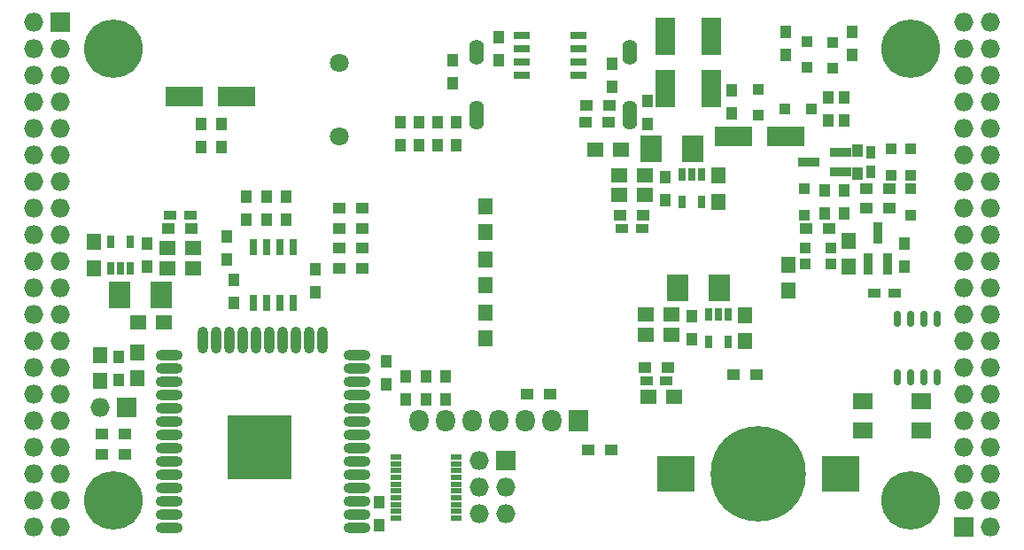
<source format=gbs>
G04 #@! TF.FileFunction,Soldermask,Bot*
%FSLAX46Y46*%
G04 Gerber Fmt 4.6, Leading zero omitted, Abs format (unit mm)*
G04 Created by KiCad (PCBNEW 4.0.7+dfsg1-1) date Thu Oct 12 15:58:27 2017*
%MOMM*%
%LPD*%
G01*
G04 APERTURE LIST*
%ADD10C,0.100000*%
%ADD11O,2.600000X1.000000*%
%ADD12O,1.000000X2.600000*%
%ADD13R,6.100000X6.100000*%
%ADD14R,1.900000X3.600000*%
%ADD15R,1.000000X1.300000*%
%ADD16R,2.100000X2.600000*%
%ADD17R,0.800000X1.300000*%
%ADD18R,1.350000X1.600000*%
%ADD19R,1.600000X1.350000*%
%ADD20O,0.709600X1.573200*%
%ADD21R,0.900000X2.000000*%
%ADD22R,2.000000X0.900000*%
%ADD23R,1.300000X0.850000*%
%ADD24R,0.850000X1.300000*%
%ADD25R,1.300000X1.000000*%
%ADD26R,0.700000X1.650000*%
%ADD27R,1.650000X0.700000*%
%ADD28R,1.827200X1.827200*%
%ADD29O,1.827200X1.827200*%
%ADD30C,5.600000*%
%ADD31R,1.100000X0.500000*%
%ADD32R,1.827200X2.132000*%
%ADD33O,1.827200X2.132000*%
%ADD34C,1.800000*%
%ADD35O,1.400000X2.800000*%
%ADD36O,1.400000X2.400000*%
%ADD37R,1.900000X1.500000*%
%ADD38R,3.600000X1.900000*%
%ADD39R,3.600000X3.400000*%
%ADD40C,9.100000*%
%ADD41R,1.100000X1.100000*%
G04 APERTURE END LIST*
D10*
D11*
X126260434Y-111030338D03*
X126260434Y-109760338D03*
X126260434Y-108490338D03*
X126260434Y-107220338D03*
X126260434Y-105950338D03*
X126260434Y-104680338D03*
X126260434Y-103410338D03*
X126260434Y-102140338D03*
X126260434Y-100870338D03*
X126260434Y-99600338D03*
X126260434Y-98330338D03*
X126260434Y-97060338D03*
X126260434Y-95790338D03*
X126260434Y-94520338D03*
D12*
X122975434Y-93030338D03*
X121705434Y-93030338D03*
X120435434Y-93030338D03*
X119165434Y-93030338D03*
X117895434Y-93030338D03*
X116625434Y-93030338D03*
X115355434Y-93030338D03*
X114085434Y-93030338D03*
X112815434Y-93030338D03*
X111545434Y-93030338D03*
D11*
X108260434Y-94520338D03*
X108260434Y-95790338D03*
X108260434Y-97060338D03*
X108260434Y-98330338D03*
X108260434Y-99600338D03*
X108260434Y-100870338D03*
X108260434Y-102140338D03*
X108260434Y-103410338D03*
X108260434Y-104680338D03*
X108260434Y-105950338D03*
X108260434Y-107220338D03*
X108260434Y-108490338D03*
X108260434Y-109760338D03*
X108260434Y-111030338D03*
D13*
X116960434Y-103330338D03*
D14*
X155695000Y-69000000D03*
X155695000Y-64000000D03*
D15*
X154044000Y-72426000D03*
X154044000Y-70226000D03*
D16*
X160870000Y-88090000D03*
X156870000Y-88090000D03*
D17*
X159825000Y-90600000D03*
X160775000Y-90600000D03*
X161725000Y-90600000D03*
X161725000Y-93200000D03*
X159825000Y-93200000D03*
D16*
X158330000Y-74755000D03*
X154330000Y-74755000D03*
D17*
X157285000Y-77235000D03*
X158235000Y-77235000D03*
X159185000Y-77235000D03*
X159185000Y-79835000D03*
X157285000Y-79835000D03*
D16*
X103530000Y-88725000D03*
X107530000Y-88725000D03*
D17*
X104575000Y-86215000D03*
X103625000Y-86215000D03*
X102675000Y-86215000D03*
X102675000Y-83615000D03*
X104575000Y-83615000D03*
D18*
X101085000Y-83665000D03*
X101085000Y-86165000D03*
D19*
X153810000Y-90630000D03*
X156310000Y-90630000D03*
X153810000Y-92535000D03*
X156310000Y-92535000D03*
D18*
X163315000Y-93150000D03*
X163315000Y-90650000D03*
D19*
X151270000Y-79200000D03*
X153770000Y-79200000D03*
X151270000Y-77295000D03*
X153770000Y-77295000D03*
D18*
X160775000Y-79815000D03*
X160775000Y-77315000D03*
D19*
X110590000Y-84280000D03*
X108090000Y-84280000D03*
X110590000Y-86185000D03*
X108090000Y-86185000D03*
D20*
X181730000Y-96599000D03*
X180460000Y-96599000D03*
X179190000Y-96599000D03*
X177920000Y-96599000D03*
X177920000Y-91011000D03*
X179190000Y-91011000D03*
X180460000Y-91011000D03*
X181730000Y-91011000D03*
D18*
X173221000Y-86038000D03*
X173221000Y-83538000D03*
D21*
X176965000Y-85780000D03*
X175065000Y-85780000D03*
X176015000Y-82780000D03*
D22*
X172435000Y-75075000D03*
X172435000Y-76975000D03*
X169435000Y-76025000D03*
D23*
X153910000Y-96910000D03*
X155810000Y-96910000D03*
X151570000Y-82375000D03*
X153470000Y-82375000D03*
X110290000Y-81105000D03*
X108390000Y-81105000D03*
D24*
X175380000Y-75075000D03*
X175380000Y-76975000D03*
D25*
X169200000Y-82375000D03*
X171400000Y-82375000D03*
D15*
X172840000Y-80935000D03*
X172840000Y-78735000D03*
D25*
X177115000Y-80470000D03*
X174915000Y-80470000D03*
D15*
X174110000Y-74925000D03*
X174110000Y-77125000D03*
X178555000Y-83815000D03*
X178555000Y-86015000D03*
X113785000Y-83180000D03*
X113785000Y-85380000D03*
X170935000Y-80935000D03*
X170935000Y-78735000D03*
X128390000Y-108580000D03*
X128390000Y-110780000D03*
D25*
X150572000Y-103584000D03*
X148372000Y-103584000D03*
X177115000Y-78565000D03*
X174915000Y-78565000D03*
X153760000Y-95640000D03*
X155960000Y-95640000D03*
X110440000Y-82375000D03*
X108240000Y-82375000D03*
X151420000Y-81105000D03*
X153620000Y-81105000D03*
D15*
X158235000Y-90800000D03*
X158235000Y-93000000D03*
X106165000Y-86015000D03*
X106165000Y-83815000D03*
X155695000Y-77465000D03*
X155695000Y-79665000D03*
D25*
X126782000Y-86185000D03*
X124582000Y-86185000D03*
X126782000Y-84279000D03*
X124582000Y-84279000D03*
X126782000Y-82375000D03*
X124582000Y-82375000D03*
X126782000Y-80470000D03*
X124582000Y-80470000D03*
D15*
X130422000Y-74458000D03*
X130422000Y-72258000D03*
X132200000Y-74458000D03*
X132200000Y-72258000D03*
X133978000Y-74458000D03*
X133978000Y-72258000D03*
X135756000Y-74458000D03*
X135756000Y-72258000D03*
D26*
X116325000Y-84120000D03*
X117595000Y-84120000D03*
X118865000Y-84120000D03*
X120135000Y-84120000D03*
X120135000Y-89520000D03*
X118865000Y-89520000D03*
X117595000Y-89520000D03*
X116325000Y-89520000D03*
D23*
X175700000Y-88598000D03*
X177600000Y-88598000D03*
D27*
X141980000Y-67705000D03*
X141980000Y-66435000D03*
X141980000Y-65165000D03*
X141980000Y-63895000D03*
X147380000Y-63895000D03*
X147380000Y-65165000D03*
X147380000Y-66435000D03*
X147380000Y-67705000D03*
D28*
X97910000Y-62690000D03*
D29*
X95370000Y-62690000D03*
X97910000Y-65230000D03*
X95370000Y-65230000D03*
X97910000Y-67770000D03*
X95370000Y-67770000D03*
X97910000Y-70310000D03*
X95370000Y-70310000D03*
X97910000Y-72850000D03*
X95370000Y-72850000D03*
X97910000Y-75390000D03*
X95370000Y-75390000D03*
X97910000Y-77930000D03*
X95370000Y-77930000D03*
X97910000Y-80470000D03*
X95370000Y-80470000D03*
X97910000Y-83010000D03*
X95370000Y-83010000D03*
X97910000Y-85550000D03*
X95370000Y-85550000D03*
X97910000Y-88090000D03*
X95370000Y-88090000D03*
X97910000Y-90630000D03*
X95370000Y-90630000D03*
X97910000Y-93170000D03*
X95370000Y-93170000D03*
X97910000Y-95710000D03*
X95370000Y-95710000D03*
X97910000Y-98250000D03*
X95370000Y-98250000D03*
X97910000Y-100790000D03*
X95370000Y-100790000D03*
X97910000Y-103330000D03*
X95370000Y-103330000D03*
X97910000Y-105870000D03*
X95370000Y-105870000D03*
X97910000Y-108410000D03*
X95370000Y-108410000D03*
X97910000Y-110950000D03*
X95370000Y-110950000D03*
D28*
X184270000Y-110950000D03*
D29*
X186810000Y-110950000D03*
X184270000Y-108410000D03*
X186810000Y-108410000D03*
X184270000Y-105870000D03*
X186810000Y-105870000D03*
X184270000Y-103330000D03*
X186810000Y-103330000D03*
X184270000Y-100790000D03*
X186810000Y-100790000D03*
X184270000Y-98250000D03*
X186810000Y-98250000D03*
X184270000Y-95710000D03*
X186810000Y-95710000D03*
X184270000Y-93170000D03*
X186810000Y-93170000D03*
X184270000Y-90630000D03*
X186810000Y-90630000D03*
X184270000Y-88090000D03*
X186810000Y-88090000D03*
X184270000Y-85550000D03*
X186810000Y-85550000D03*
X184270000Y-83010000D03*
X186810000Y-83010000D03*
X184270000Y-80470000D03*
X186810000Y-80470000D03*
X184270000Y-77930000D03*
X186810000Y-77930000D03*
X184270000Y-75390000D03*
X186810000Y-75390000D03*
X184270000Y-72850000D03*
X186810000Y-72850000D03*
X184270000Y-70310000D03*
X186810000Y-70310000D03*
X184270000Y-67770000D03*
X186810000Y-67770000D03*
X184270000Y-65230000D03*
X186810000Y-65230000D03*
X184270000Y-62690000D03*
X186810000Y-62690000D03*
D30*
X102990000Y-108410000D03*
X179190000Y-108410000D03*
X179190000Y-65230000D03*
X102990000Y-65230000D03*
D15*
X162045000Y-71410000D03*
X162045000Y-69210000D03*
X139820000Y-66330000D03*
X139820000Y-64130000D03*
X135375000Y-68532000D03*
X135375000Y-66332000D03*
X150615000Y-68870000D03*
X150615000Y-66670000D03*
D25*
X150275000Y-72215000D03*
X148075000Y-72215000D03*
X150380000Y-70600000D03*
X148180000Y-70600000D03*
D31*
X135735000Y-104215000D03*
X135735000Y-104865000D03*
X135735000Y-105515000D03*
X135735000Y-106165000D03*
X135735000Y-106815000D03*
X135735000Y-107465000D03*
X135735000Y-108115000D03*
X135735000Y-108765000D03*
X135735000Y-109415000D03*
X135735000Y-110065000D03*
X129935000Y-110065000D03*
X129935000Y-109415000D03*
X129935000Y-108765000D03*
X129935000Y-108115000D03*
X129935000Y-107465000D03*
X129935000Y-106815000D03*
X129935000Y-106165000D03*
X129935000Y-105515000D03*
X129935000Y-104865000D03*
X129935000Y-104215000D03*
D15*
X119500000Y-79370000D03*
X119500000Y-81570000D03*
X114480000Y-89500000D03*
X114480000Y-87300000D03*
X129025000Y-97275000D03*
X129025000Y-95075000D03*
X117595000Y-79370000D03*
X117595000Y-81570000D03*
X122280000Y-86300000D03*
X122280000Y-88500000D03*
X115690000Y-79370000D03*
X115690000Y-81570000D03*
D25*
X144730000Y-98250000D03*
X142530000Y-98250000D03*
D15*
X132835000Y-98715000D03*
X132835000Y-96515000D03*
X130930000Y-98715000D03*
X130930000Y-96515000D03*
D25*
X101890000Y-103965000D03*
X104090000Y-103965000D03*
D28*
X104260000Y-99520000D03*
D29*
X101720000Y-99520000D03*
D25*
X101890000Y-102060000D03*
X104090000Y-102060000D03*
D15*
X103498000Y-96894000D03*
X103498000Y-94694000D03*
D18*
X167506000Y-88324000D03*
X167506000Y-85824000D03*
D25*
X164415000Y-96345000D03*
X162215000Y-96345000D03*
D15*
X167252000Y-65822000D03*
X167252000Y-63622000D03*
D28*
X140455000Y-104600000D03*
D29*
X137915000Y-104600000D03*
X140455000Y-107140000D03*
X137915000Y-107140000D03*
X140455000Y-109680000D03*
X137915000Y-109680000D03*
D18*
X138550000Y-90396000D03*
X138550000Y-92896000D03*
X138550000Y-82736000D03*
X138550000Y-80236000D03*
X138550000Y-85316000D03*
X138550000Y-87816000D03*
X101720000Y-94460000D03*
X101720000Y-96960000D03*
D15*
X113277000Y-74585000D03*
X113277000Y-72385000D03*
X111372000Y-74585000D03*
X111372000Y-72385000D03*
X172840000Y-72045000D03*
X172840000Y-69845000D03*
X171316000Y-72045000D03*
X171316000Y-69845000D03*
D32*
X147440000Y-100790000D03*
D33*
X144900000Y-100790000D03*
X142360000Y-100790000D03*
X139820000Y-100790000D03*
X137280000Y-100790000D03*
X134740000Y-100790000D03*
X132200000Y-100790000D03*
D34*
X124580000Y-66540000D03*
X124580000Y-73540000D03*
D35*
X152280000Y-71550000D03*
X137680000Y-71550000D03*
D36*
X137680000Y-65500000D03*
X152280000Y-65500000D03*
D37*
X180212000Y-98882000D03*
X174612000Y-98882000D03*
X174612000Y-101682000D03*
X180212000Y-101682000D03*
D18*
X105276000Y-96706000D03*
X105276000Y-94206000D03*
D38*
X109761000Y-69802000D03*
X114761000Y-69802000D03*
X167212000Y-73612000D03*
X162212000Y-73612000D03*
D14*
X160140000Y-64000000D03*
X160140000Y-69000000D03*
D19*
X154064000Y-98504000D03*
X156564000Y-98504000D03*
X107796000Y-91392000D03*
X105296000Y-91392000D03*
X151484000Y-74882000D03*
X148984000Y-74882000D03*
D15*
X173602000Y-65822000D03*
X173602000Y-63622000D03*
X134740000Y-96515000D03*
X134740000Y-98715000D03*
D39*
X172485000Y-105870000D03*
X156685000Y-105870000D03*
D40*
X164585000Y-105870000D03*
D41*
X169284000Y-66988000D03*
X169284000Y-64488000D03*
X171697000Y-67081000D03*
X171697000Y-64581000D03*
X169050000Y-84280000D03*
X171550000Y-84280000D03*
X179190000Y-81085000D03*
X179190000Y-78585000D03*
X169030000Y-81085000D03*
X169030000Y-78585000D03*
X171550000Y-85804000D03*
X169050000Y-85804000D03*
X179190000Y-77275000D03*
X179190000Y-74775000D03*
X177285000Y-74775000D03*
X177285000Y-77275000D03*
X167145000Y-70945000D03*
X169645000Y-70945000D03*
X164585000Y-69060000D03*
X164585000Y-71560000D03*
M02*

</source>
